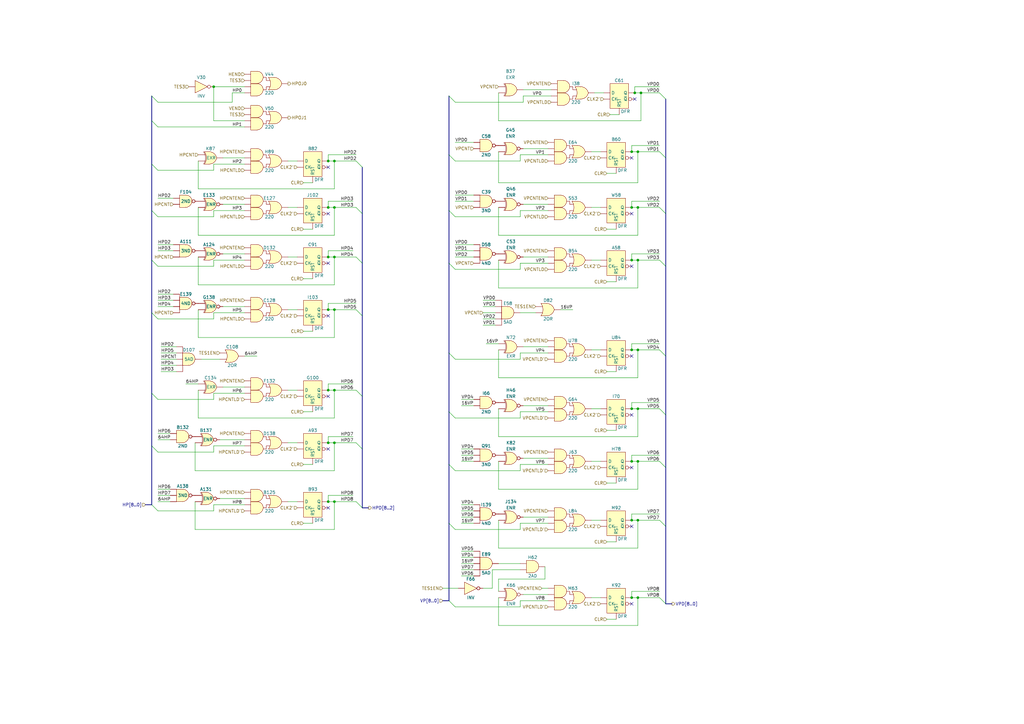
<source format=kicad_sch>
(kicad_sch (version 20230121) (generator eeschema)
  (paper "A3")
  (title_block (date "2023-12-22"))
  (lib_symbols
    (symbol "oki-msm70v000:220"
      (property "Reference" "U" (at 1.27 3.81 0))
      (property "Value" "220" (at 1.27 -3.81 0))
      (symbol "220_1_1"
        (arc (start -3.81 -5.08) (mid -2.0837 -4.2663) (end -1.27 -2.54) (fill (type background)))
        (arc (start -3.81 0) (mid -2.0837 0.8137) (end -1.27 2.54) (fill (type background)))
        (arc (start -1.27 -2.54) (mid -2.0139 -0.7439) (end -3.81 0) (fill (type background)))
        (arc (start -1.27 2.54) (mid -2.0139 4.3361) (end -3.81 5.08) (fill (type background)))
        (polyline (pts (xy 3.175 -2.54) (xy 0.889 -2.54)) (fill (type outline)))
        (polyline (pts (xy 3.175 2.54) (xy 0.889 2.54)) (fill (type background)))
        (polyline (pts (xy -3.81 0) (xy -6.35 0) (xy -6.35 -5.08) (xy -3.81 -5.08)) (fill (type background)))
        (polyline (pts (xy -3.81 5.08) (xy -6.35 5.08) (xy -6.35 0) (xy -3.81 0)) (fill (type background)))
        (polyline (pts (xy -1.27 -2.54) (xy 0 -2.54) (xy 0 -1.27) (xy 1.524 -1.27)))
        (polyline (pts (xy -1.27 2.54) (xy 0 2.54) (xy 0 1.27) (xy 1.524 1.27)))
        (polyline (pts (xy 3.175 2.54) (xy 0.889 2.54) (xy 1.27 1.905) (xy 1.524 1.27) (xy 1.651 0.762) (xy 1.7018 0.4572) (xy 1.7272 0.1778) (xy 1.7272 -0.127) (xy 1.6764 -0.6604) (xy 1.6002 -1.016) (xy 1.4986 -1.3716) (xy 1.3716 -1.6764) (xy 1.1938 -2.0574) (xy 1.016 -2.3368) (xy 0.889 -2.54) (xy 3.175 -2.54)) (stroke (width -0.0001)) (fill (type background)))
        (arc (start 0.8973 -2.5398) (mid 1.7338 0.0001) (end 0.8971 2.54))
        (arc (start 3.175 -2.54) (mid 5.2091 -1.8282) (end 6.35 0) (fill (type background)))
        (arc (start 6.35 0) (mid 5.2094 1.8286) (end 3.175 2.54) (fill (type background)))
        (pin input line (at -8.89 -3.81 0) (length 2.54) (name "") (number ""))
        (pin input line (at -8.89 -1.27 0) (length 2.54) (name "") (number ""))
        (pin input line (at -8.89 1.27 0) (length 2.54) (name "") (number ""))
        (pin input line (at -8.89 3.81 0) (length 2.54) (name "") (number ""))
        (pin output line (at 8.89 0 180) (length 2.54) (name "") (number ""))
      )
    )
    (symbol "oki-msm70v000:2AD"
      (property "Reference" "U" (at 0 3.81 0))
      (property "Value" "2AD" (at 0 -3.81 0))
      (symbol "2AD_1_1"
        (arc (start 0 -2.54) (mid 1.7263 -1.7263) (end 2.54 0) (fill (type background)))
        (polyline (pts (xy 0 2.54) (xy -2.54 2.54) (xy -2.54 -2.54) (xy 0 -2.54)) (fill (type background)))
        (arc (start 2.54 0) (mid 1.7961 1.7961) (end 0 2.54) (fill (type background)))
        (pin input line (at -5.08 -1.27 0) (length 2.54) (name "") (number ""))
        (pin input line (at -5.08 1.27 0) (length 2.54) (name "") (number ""))
        (pin output line (at 5.08 0 180) (length 2.54) (name "") (number ""))
      )
    )
    (symbol "oki-msm70v000:2ND"
      (property "Reference" "U" (at 0 3.81 0))
      (property "Value" "2ND" (at 0 -3.81 0))
      (symbol "2ND_1_1"
        (arc (start 0 -2.54) (mid 1.7263 -1.7263) (end 2.54 0) (fill (type background)))
        (polyline (pts (xy 0 2.54) (xy -2.54 2.54) (xy -2.54 -2.54) (xy 0 -2.54)) (fill (type background)))
        (arc (start 2.54 0) (mid 1.7961 1.7961) (end 0 2.54) (fill (type background)))
        (pin input line (at -5.08 -1.27 0) (length 2.54) (name "") (number ""))
        (pin input line (at -5.08 1.27 0) (length 2.54) (name "") (number ""))
        (pin output inverted (at 5.08 0 180) (length 2.54) (name "") (number ""))
      )
    )
    (symbol "oki-msm70v000:2OR"
      (property "Reference" "U" (at 0 3.81 0))
      (property "Value" "2OR" (at 0 -3.81 0))
      (symbol "2OR_1_1"
        (arc (start -2.9127 -2.5398) (mid -2.0762 0.0001) (end -2.9129 2.54))
        (arc (start -0.635 -2.54) (mid 1.3992 -1.8283) (end 2.54 0) (fill (type background)))
        (polyline (pts (xy -0.635 -2.54) (xy -2.921 -2.54)) (fill (type outline)))
        (polyline (pts (xy -0.635 2.54) (xy -2.921 2.54)) (fill (type background)))
        (polyline (pts (xy -0.635 2.54) (xy -2.921 2.54) (xy -2.54 1.905) (xy -2.286 1.27) (xy -2.159 0.762) (xy -2.1082 0.4572) (xy -2.0828 0.1778) (xy -2.0828 -0.127) (xy -2.1336 -0.6604) (xy -2.2098 -1.016) (xy -2.3114 -1.3716) (xy -2.4384 -1.6764) (xy -2.6162 -2.0574) (xy -2.794 -2.3368) (xy -2.921 -2.54) (xy -0.635 -2.54)) (stroke (width -0.0001)) (fill (type background)))
        (arc (start 2.54 0) (mid 1.3994 1.8287) (end -0.635 2.54) (fill (type background)))
        (pin input line (at -5.08 -1.27 0) (length 2.794) (name "") (number ""))
        (pin input line (at -5.08 1.27 0) (length 2.794) (name "") (number ""))
        (pin output line (at 5.08 0 180) (length 2.54) (name "") (number ""))
      )
    )
    (symbol "oki-msm70v000:3ND"
      (property "Reference" "U" (at 0 3.81 0))
      (property "Value" "3ND" (at 0 -3.81 0))
      (symbol "3ND_1_1"
        (arc (start 0 -2.54) (mid 1.7263 -1.7263) (end 2.54 0) (fill (type background)))
        (polyline (pts (xy 0 2.54) (xy -2.54 2.54) (xy -2.54 -2.54) (xy 0 -2.54)) (fill (type background)))
        (arc (start 2.54 0) (mid 1.7961 1.7961) (end 0 2.54) (fill (type background)))
        (pin input line (at -5.08 -2.54 0) (length 2.54) (name "") (number ""))
        (pin input line (at -5.08 0 0) (length 2.54) (name "") (number ""))
        (pin input line (at -5.08 2.54 0) (length 2.54) (name "") (number ""))
        (pin output inverted (at 5.08 0 180) (length 2.54) (name "") (number ""))
      )
    )
    (symbol "oki-msm70v000:4ND"
      (property "Reference" "U" (at 0 3.81 0))
      (property "Value" "4ND" (at 0 -3.81 0))
      (symbol "4ND_0_1"
        (polyline (pts (xy -2.54 3.81) (xy -2.54 2.54) (xy -2.54 -3.81)))
      )
      (symbol "4ND_1_1"
        (arc (start 0 -2.54) (mid 1.7263 -1.7263) (end 2.54 0) (fill (type background)))
        (polyline (pts (xy 0 2.54) (xy -2.54 2.54) (xy -2.54 -2.54) (xy 0 -2.54)) (fill (type background)))
        (arc (start 2.54 0) (mid 1.7961 1.7961) (end 0 2.54) (fill (type background)))
        (pin input line (at -5.08 -3.81 0) (length 2.54) (name "") (number ""))
        (pin input line (at -5.08 -1.27 0) (length 2.54) (name "") (number ""))
        (pin input line (at -5.08 1.27 0) (length 2.54) (name "") (number ""))
        (pin input line (at -5.08 3.81 0) (length 2.54) (name "") (number ""))
        (pin output inverted (at 5.08 0 180) (length 2.54) (name "") (number ""))
      )
    )
    (symbol "oki-msm70v000:5AD"
      (property "Reference" "U" (at 0 3.81 0))
      (property "Value" "5AD" (at 0 -3.81 0))
      (symbol "5AD_0_1"
        (polyline (pts (xy -2.54 5.08) (xy -2.54 3.81) (xy -2.54 -5.08)))
      )
      (symbol "5AD_1_1"
        (arc (start 0 -2.54) (mid 1.7263 -1.7263) (end 2.54 0) (fill (type background)))
        (polyline (pts (xy 0 2.54) (xy -2.54 2.54) (xy -2.54 -2.54) (xy 0 -2.54)) (fill (type background)))
        (arc (start 2.54 0) (mid 1.7961 1.7961) (end 0 2.54) (fill (type background)))
        (pin input line (at -5.08 -5.08 0) (length 2.54) (name "") (number ""))
        (pin input line (at -5.08 -2.54 0) (length 2.54) (name "") (number ""))
        (pin input line (at -5.08 0 0) (length 2.54) (name "") (number ""))
        (pin input line (at -5.08 2.54 0) (length 2.54) (name "") (number ""))
        (pin input line (at -5.08 5.08 0) (length 2.54) (name "") (number ""))
        (pin output line (at 5.08 0 180) (length 2.54) (name "") (number ""))
      )
    )
    (symbol "oki-msm70v000:DFR"
      (property "Reference" "U" (at 0 6.35 0))
      (property "Value" "DFR" (at 2.54 -6.35 0))
      (symbol "DFR_1_1"
        (rectangle (start -3.81 5.08) (end 3.81 -5.08) (fill (type background)))
        (pin input line (at -6.35 -1.27 0) (length 2.54) (name "CK") (number ""))
        (pin input line (at -6.35 1.27 0) (length 2.54) (name "D") (number ""))
        (pin output line (at 6.35 1.27 180) (length 2.54) (name "Q") (number ""))
        (pin input line (at 0 -7.62 90) (length 2.54) (name "RST") (number ""))
        (pin output inverted (at 6.35 -1.27 180) (length 2.54) (name "~{Q}") (number ""))
      )
    )
    (symbol "oki-msm70v000:ENR"
      (property "Reference" "U" (at 0 3.81 0))
      (property "Value" "ENR" (at 0 -3.81 0))
      (symbol "ENR_1_1"
        (arc (start -2.9127 -2.5398) (mid -2.0762 0.0001) (end -2.9129 2.54))
        (arc (start -2.54 -2.54) (mid -1.7035 -0.0001) (end -2.5402 2.5398))
        (arc (start -0.635 -2.54) (mid 1.3992 -1.8283) (end 2.54 0) (fill (type background)))
        (polyline (pts (xy -0.635 -2.54) (xy -2.54 -2.54)) (fill (type outline)))
        (polyline (pts (xy -0.635 2.54) (xy -2.54 2.54)) (fill (type background)))
        (polyline (pts (xy -0.635 2.54) (xy -2.54 2.54) (xy -2.159 1.905) (xy -1.905 1.27) (xy -1.778 0.762) (xy -1.7272 0.4572) (xy -1.7018 0.1778) (xy -1.7018 -0.127) (xy -1.7526 -0.6604) (xy -1.8288 -1.016) (xy -1.9304 -1.3716) (xy -2.0574 -1.6764) (xy -2.2352 -2.0574) (xy -2.413 -2.3368) (xy -2.54 -2.54) (xy -0.635 -2.54)) (stroke (width -0.0001)) (fill (type background)))
        (arc (start 2.54 0) (mid 1.3994 1.8287) (end -0.635 2.54) (fill (type background)))
        (pin input line (at -5.08 -1.27 0) (length 2.794) (name "") (number ""))
        (pin input line (at -5.08 1.27 0) (length 2.794) (name "") (number ""))
        (pin output inverted (at 5.08 0 180) (length 2.54) (name "") (number ""))
      )
    )
    (symbol "oki-msm70v000:EXR"
      (property "Reference" "U" (at 0 3.81 0))
      (property "Value" "EXR" (at 0 -3.81 0))
      (symbol "EXR_1_1"
        (arc (start -2.9127 -2.5398) (mid -2.0762 0.0001) (end -2.9129 2.54))
        (arc (start -2.54 -2.54) (mid -1.7035 -0.0001) (end -2.5402 2.5398))
        (arc (start -0.635 -2.54) (mid 1.3992 -1.8283) (end 2.54 0) (fill (type background)))
        (polyline (pts (xy -0.635 -2.54) (xy -2.54 -2.54)) (fill (type outline)))
        (polyline (pts (xy -0.635 2.54) (xy -2.54 2.54)) (fill (type background)))
        (polyline (pts (xy -0.635 2.54) (xy -2.54 2.54) (xy -2.159 1.905) (xy -1.905 1.27) (xy -1.778 0.762) (xy -1.7272 0.4572) (xy -1.7018 0.1778) (xy -1.7018 -0.127) (xy -1.7526 -0.6604) (xy -1.8288 -1.016) (xy -1.9304 -1.3716) (xy -2.0574 -1.6764) (xy -2.2352 -2.0574) (xy -2.413 -2.3368) (xy -2.54 -2.54) (xy -0.635 -2.54)) (stroke (width -0.0001)) (fill (type background)))
        (arc (start 2.54 0) (mid 1.3994 1.8287) (end -0.635 2.54) (fill (type background)))
        (pin input line (at -5.08 -1.27 0) (length 2.794) (name "") (number ""))
        (pin input line (at -5.08 1.27 0) (length 2.794) (name "") (number ""))
        (pin output line (at 5.08 0 180) (length 2.54) (name "") (number ""))
      )
    )
    (symbol "oki-msm70v000:INV"
      (property "Reference" "U" (at 0 3.81 0))
      (property "Value" "INV" (at 0 -3.81 0))
      (symbol "INV_1_1"
        (polyline (pts (xy -2.54 2.54) (xy -2.54 -2.54) (xy 2.54 0) (xy -2.54 2.54)) (fill (type background)))
        (pin input line (at -5.08 0 0) (length 2.54) (name "") (number ""))
        (pin output inverted (at 5.08 0 180) (length 2.54) (name "") (number ""))
      )
    )
  )
  (junction (at 259.08 85.09))
  (junction (at 259.08 189.23))
  (junction (at 261.62 189.23))
  (junction (at 259.08 106.68))
  (junction (at 137.16 85.09))
  (junction (at 134.62 85.09))
  (junction (at 137.16 127))
  (junction (at 137.16 181.61))
  (junction (at 259.08 167.64))
  (junction (at 134.62 127))
  (junction (at 137.16 105.41))
  (junction (at 137.16 160.02))
  (junction (at 259.08 143.51))
  (junction (at 259.08 62.23))
  (junction (at 261.62 167.64))
  (junction (at 134.62 181.61))
  (junction (at 260.35 38.1))
  (junction (at 262.89 38.1))
  (junction (at 259.08 213.36))
  (junction (at 261.62 213.36))
  (junction (at 134.62 205.74))
  (junction (at 261.62 143.51))
  (junction (at 261.62 245.11))
  (junction (at 87.63 35.56))
  (junction (at 137.16 205.74))
  (junction (at 137.16 66.04))
  (junction (at 261.62 85.09))
  (junction (at 134.62 105.41))
  (junction (at 261.62 106.68))
  (junction (at 134.62 160.02))
  (junction (at 134.62 66.04))
  (junction (at 259.08 245.11))
  (junction (at 261.62 62.23))
  (no_connect (at 134.62 68.58))
  (no_connect (at 259.08 87.63))
  (no_connect (at 134.62 184.15))
  (no_connect (at 259.08 215.9))
  (no_connect (at 134.62 208.28))
  (no_connect (at 134.62 107.95))
  (no_connect (at 260.35 40.64))
  (no_connect (at 259.08 146.05))
  (no_connect (at 134.62 87.63))
  (no_connect (at 259.08 170.18))
  (no_connect (at 259.08 191.77))
  (no_connect (at 134.62 162.56))
  (no_connect (at 134.62 129.54))
  (no_connect (at 259.08 247.65))
  (no_connect (at 259.08 64.77))
  (no_connect (at 259.08 109.22))
  (bus_entry (at 184.15 214.63) (size 2.54 2.54))
  (bus_entry (at 62.23 106.68) (size 2.54 2.54))
  (bus_entry (at 146.05 205.74) (size 2.54 2.54))
  (bus_entry (at 62.23 207.01) (size 2.54 2.54))
  (bus_entry (at 62.23 86.36) (size 2.54 2.54))
  (bus_entry (at 62.23 67.31) (size 2.54 2.54))
  (bus_entry (at 270.51 62.23) (size 2.54 2.54))
  (bus_entry (at 146.05 66.04) (size 2.54 2.54))
  (bus_entry (at 184.15 144.78) (size 2.54 2.54))
  (bus_entry (at 270.51 213.36) (size 2.54 2.54))
  (bus_entry (at 146.05 181.61) (size 2.54 2.54))
  (bus_entry (at 270.51 38.1) (size 2.54 2.54))
  (bus_entry (at 62.23 49.53) (size 2.54 2.54))
  (bus_entry (at 270.51 245.11) (size 2.54 2.54))
  (bus_entry (at 62.23 161.29) (size 2.54 2.54))
  (bus_entry (at 184.15 86.36) (size 2.54 2.54))
  (bus_entry (at 270.51 85.09) (size 2.54 2.54))
  (bus_entry (at 270.51 167.64) (size 2.54 2.54))
  (bus_entry (at 62.23 128.27) (size 2.54 2.54))
  (bus_entry (at 184.15 190.5) (size 2.54 2.54))
  (bus_entry (at 270.51 143.51) (size 2.54 2.54))
  (bus_entry (at 62.23 182.88) (size 2.54 2.54))
  (bus_entry (at 146.05 160.02) (size 2.54 2.54))
  (bus_entry (at 62.23 39.37) (size 2.54 2.54))
  (bus_entry (at 184.15 107.95) (size 2.54 2.54))
  (bus_entry (at 146.05 85.09) (size 2.54 2.54))
  (bus_entry (at 184.15 63.5) (size 2.54 2.54))
  (bus_entry (at 184.15 168.91) (size 2.54 2.54))
  (bus_entry (at 146.05 127) (size 2.54 2.54))
  (bus_entry (at 184.15 39.37) (size 2.54 2.54))
  (bus_entry (at 146.05 105.41) (size 2.54 2.54))
  (bus_entry (at 270.51 189.23) (size 2.54 2.54))
  (bus_entry (at 184.15 246.38) (size 2.54 2.54))
  (bus_entry (at 270.51 106.68) (size 2.54 2.54))
  (wire (pts (xy 64.77 203.2) (xy 69.85 203.2)))
  (wire (pts (xy 66.04 152.4) (xy 72.39 152.4)))
  (wire (pts (xy 64.77 69.85) (xy 87.63 69.85)))
  (wire (pts (xy 134.62 66.04) (xy 137.16 66.04)))
  (wire (pts (xy 134.62 181.61) (xy 134.62 179.07)))
  (wire (pts (xy 189.23 236.22) (xy 194.31 236.22)))
  (wire (pts (xy 118.11 181.61) (xy 121.92 181.61)))
  (wire (pts (xy 100.33 158.75) (xy 91.44 158.75)))
  (wire (pts (xy 259.08 82.55) (xy 270.51 82.55)))
  (wire (pts (xy 199.39 140.97) (xy 204.47 140.97)))
  (wire (pts (xy 137.16 105.41) (xy 146.05 105.41)))
  (wire (pts (xy 189.23 207.01) (xy 194.31 207.01)))
  (wire (pts (xy 134.62 82.55) (xy 134.62 85.09)))
  (wire (pts (xy 87.63 67.31) (xy 87.63 69.85)))
  (wire (pts (xy 134.62 179.07) (xy 144.78 179.07)))
  (bus (pts (xy 62.23 128.27) (xy 62.23 161.29)))
  (bus (pts (xy 184.15 144.78) (xy 184.15 168.91)))
  (wire (pts (xy 204.47 154.94) (xy 204.47 143.51)))
  (bus (pts (xy 62.23 106.68) (xy 62.23 128.27)))
  (wire (pts (xy 134.62 127) (xy 137.16 127)))
  (wire (pts (xy 198.12 123.19) (xy 203.2 123.19)))
  (wire (pts (xy 213.36 246.38) (xy 224.79 246.38)))
  (wire (pts (xy 213.36 217.17) (xy 213.36 214.63)))
  (wire (pts (xy 186.69 88.9) (xy 213.36 88.9)))
  (wire (pts (xy 137.16 171.45) (xy 81.28 171.45)))
  (wire (pts (xy 137.16 193.04) (xy 80.01 193.04)))
  (wire (pts (xy 259.08 213.36) (xy 261.62 213.36)))
  (wire (pts (xy 87.63 86.36) (xy 100.33 86.36)))
  (wire (pts (xy 213.36 231.14) (xy 204.47 231.14)))
  (wire (pts (xy 213.36 144.78) (xy 224.79 144.78)))
  (wire (pts (xy 261.62 96.52) (xy 204.47 96.52)))
  (wire (pts (xy 186.69 248.92) (xy 213.36 248.92)))
  (wire (pts (xy 64.77 209.55) (xy 87.63 209.55)))
  (wire (pts (xy 186.69 217.17) (xy 213.36 217.17)))
  (wire (pts (xy 261.62 224.79) (xy 204.47 224.79)))
  (wire (pts (xy 189.23 212.09) (xy 194.31 212.09)))
  (wire (pts (xy 137.16 105.41) (xy 137.16 116.84)))
  (wire (pts (xy 213.36 107.95) (xy 224.79 107.95)))
  (wire (pts (xy 81.28 116.84) (xy 81.28 105.41)))
  (wire (pts (xy 91.44 64.77) (xy 100.33 64.77)))
  (wire (pts (xy 87.63 161.29) (xy 100.33 161.29)))
  (wire (pts (xy 242.57 189.23) (xy 246.38 189.23)))
  (wire (pts (xy 261.62 106.68) (xy 261.62 118.11)))
  (bus (pts (xy 273.05 109.22) (xy 273.05 146.05)))
  (wire (pts (xy 260.35 38.1) (xy 262.89 38.1)))
  (bus (pts (xy 273.05 146.05) (xy 273.05 170.18)))
  (wire (pts (xy 87.63 207.01) (xy 100.33 207.01)))
  (wire (pts (xy 259.08 242.57) (xy 270.51 242.57)))
  (bus (pts (xy 184.15 214.63) (xy 184.15 246.38)))
  (wire (pts (xy 137.16 217.17) (xy 80.01 217.17)))
  (wire (pts (xy 262.89 49.53) (xy 204.47 49.53)))
  (wire (pts (xy 213.36 86.36) (xy 224.79 86.36)))
  (wire (pts (xy 80.01 193.04) (xy 80.01 181.61)))
  (wire (pts (xy 95.25 38.1) (xy 95.25 41.91)))
  (wire (pts (xy 248.92 198.12) (xy 252.73 198.12)))
  (wire (pts (xy 64.77 88.9) (xy 87.63 88.9)))
  (wire (pts (xy 261.62 154.94) (xy 204.47 154.94)))
  (wire (pts (xy 226.06 36.83) (xy 214.63 36.83)))
  (wire (pts (xy 247.65 38.1) (xy 243.84 38.1)))
  (wire (pts (xy 201.93 241.3) (xy 201.93 233.68)))
  (wire (pts (xy 261.62 74.93) (xy 204.47 74.93)))
  (wire (pts (xy 91.44 104.14) (xy 100.33 104.14)))
  (wire (pts (xy 259.08 59.69) (xy 270.51 59.69)))
  (wire (pts (xy 81.28 85.09) (xy 81.28 96.52)))
  (wire (pts (xy 134.62 157.48) (xy 144.78 157.48)))
  (wire (pts (xy 213.36 248.92) (xy 213.36 246.38)))
  (wire (pts (xy 248.92 176.53) (xy 252.73 176.53)))
  (bus (pts (xy 148.59 208.28) (xy 151.13 208.28)))
  (wire (pts (xy 248.92 222.25) (xy 252.73 222.25)))
  (wire (pts (xy 260.35 35.56) (xy 270.51 35.56)))
  (wire (pts (xy 259.08 143.51) (xy 261.62 143.51)))
  (wire (pts (xy 248.92 71.12) (xy 252.73 71.12)))
  (wire (pts (xy 259.08 213.36) (xy 259.08 210.82)))
  (wire (pts (xy 137.16 66.04) (xy 137.16 77.47)))
  (wire (pts (xy 134.62 105.41) (xy 137.16 105.41)))
  (wire (pts (xy 137.16 96.52) (xy 81.28 96.52)))
  (wire (pts (xy 64.77 41.91) (xy 95.25 41.91)))
  (wire (pts (xy 189.23 186.69) (xy 194.31 186.69)))
  (wire (pts (xy 64.77 185.42) (xy 87.63 185.42)))
  (bus (pts (xy 181.61 246.38) (xy 184.15 246.38)))
  (wire (pts (xy 118.11 205.74) (xy 121.92 205.74)))
  (wire (pts (xy 224.79 243.84) (xy 214.63 243.84)))
  (wire (pts (xy 124.46 168.91) (xy 128.27 168.91)))
  (wire (pts (xy 246.38 62.23) (xy 242.57 62.23)))
  (wire (pts (xy 261.62 213.36) (xy 270.51 213.36)))
  (wire (pts (xy 87.63 207.01) (xy 87.63 209.55)))
  (wire (pts (xy 213.36 63.5) (xy 224.79 63.5)))
  (wire (pts (xy 87.63 67.31) (xy 100.33 67.31)))
  (wire (pts (xy 261.62 189.23) (xy 261.62 200.66)))
  (bus (pts (xy 273.05 87.63) (xy 273.05 109.22)))
  (wire (pts (xy 223.52 232.41) (xy 223.52 237.49)))
  (wire (pts (xy 189.23 233.68) (xy 194.31 233.68)))
  (wire (pts (xy 261.62 245.11) (xy 261.62 256.54)))
  (wire (pts (xy 198.12 133.35) (xy 203.2 133.35)))
  (wire (pts (xy 259.08 189.23) (xy 259.08 186.69)))
  (wire (pts (xy 189.23 184.15) (xy 194.31 184.15)))
  (wire (pts (xy 64.77 123.19) (xy 71.12 123.19)))
  (wire (pts (xy 214.63 187.96) (xy 224.79 187.96)))
  (wire (pts (xy 213.36 190.5) (xy 224.79 190.5)))
  (wire (pts (xy 124.46 190.5) (xy 128.27 190.5)))
  (wire (pts (xy 259.08 245.11) (xy 259.08 242.57)))
  (wire (pts (xy 261.62 85.09) (xy 261.62 96.52)))
  (wire (pts (xy 137.16 205.74) (xy 137.16 217.17)))
  (wire (pts (xy 198.12 241.3) (xy 201.93 241.3)))
  (wire (pts (xy 189.23 226.06) (xy 194.31 226.06)))
  (wire (pts (xy 64.77 100.33) (xy 71.12 100.33)))
  (wire (pts (xy 186.69 105.41) (xy 194.31 105.41)))
  (wire (pts (xy 213.36 86.36) (xy 213.36 88.9)))
  (wire (pts (xy 124.46 74.93) (xy 128.27 74.93)))
  (wire (pts (xy 198.12 125.73) (xy 203.2 125.73)))
  (wire (pts (xy 124.46 93.98) (xy 128.27 93.98)))
  (wire (pts (xy 90.17 180.34) (xy 100.33 180.34)))
  (wire (pts (xy 186.69 100.33) (xy 194.31 100.33)))
  (bus (pts (xy 62.23 49.53) (xy 62.23 67.31)))
  (bus (pts (xy 59.69 207.01) (xy 62.23 207.01)))
  (wire (pts (xy 204.47 224.79) (xy 204.47 213.36)))
  (wire (pts (xy 124.46 214.63) (xy 128.27 214.63)))
  (bus (pts (xy 148.59 184.15) (xy 148.59 208.28)))
  (wire (pts (xy 186.69 66.04) (xy 213.36 66.04)))
  (wire (pts (xy 81.28 77.47) (xy 81.28 66.04)))
  (wire (pts (xy 186.69 80.01) (xy 194.31 80.01)))
  (wire (pts (xy 259.08 186.69) (xy 270.51 186.69)))
  (wire (pts (xy 260.35 38.1) (xy 260.35 35.56)))
  (wire (pts (xy 186.69 102.87) (xy 194.31 102.87)))
  (wire (pts (xy 137.16 181.61) (xy 146.05 181.61)))
  (bus (pts (xy 62.23 67.31) (xy 62.23 86.36)))
  (bus (pts (xy 148.59 87.63) (xy 148.59 107.95)))
  (bus (pts (xy 273.05 40.64) (xy 273.05 64.77)))
  (wire (pts (xy 137.16 127) (xy 146.05 127)))
  (wire (pts (xy 242.57 106.68) (xy 246.38 106.68)))
  (wire (pts (xy 198.12 128.27) (xy 203.2 128.27)))
  (wire (pts (xy 246.38 245.11) (xy 242.57 245.11)))
  (wire (pts (xy 213.36 193.04) (xy 213.36 190.5)))
  (bus (pts (xy 184.15 190.5) (xy 184.15 214.63)))
  (wire (pts (xy 204.47 256.54) (xy 204.47 245.11)))
  (wire (pts (xy 64.77 102.87) (xy 71.12 102.87)))
  (wire (pts (xy 90.17 204.47) (xy 100.33 204.47)))
  (wire (pts (xy 134.62 160.02) (xy 134.62 157.48)))
  (wire (pts (xy 134.62 82.55) (xy 144.78 82.55)))
  (wire (pts (xy 80.01 217.17) (xy 80.01 205.74)))
  (wire (pts (xy 124.46 135.89) (xy 128.27 135.89)))
  (wire (pts (xy 66.04 142.24) (xy 72.39 142.24)))
  (wire (pts (xy 261.62 189.23) (xy 270.51 189.23)))
  (wire (pts (xy 87.63 182.88) (xy 100.33 182.88)))
  (wire (pts (xy 201.93 233.68) (xy 213.36 233.68)))
  (bus (pts (xy 273.05 170.18) (xy 273.05 191.77)))
  (wire (pts (xy 66.04 144.78) (xy 72.39 144.78)))
  (wire (pts (xy 64.77 180.34) (xy 69.85 180.34)))
  (wire (pts (xy 259.08 59.69) (xy 259.08 62.23)))
  (bus (pts (xy 184.15 168.91) (xy 184.15 190.5)))
  (wire (pts (xy 214.63 83.82) (xy 224.79 83.82)))
  (wire (pts (xy 87.63 106.68) (xy 87.63 109.22)))
  (wire (pts (xy 118.11 160.02) (xy 121.92 160.02)))
  (bus (pts (xy 184.15 107.95) (xy 184.15 144.78)))
  (wire (pts (xy 261.62 245.11) (xy 270.51 245.11)))
  (wire (pts (xy 261.62 143.51) (xy 270.51 143.51)))
  (wire (pts (xy 224.79 60.96) (xy 214.63 60.96)))
  (wire (pts (xy 134.62 124.46) (xy 146.05 124.46)))
  (wire (pts (xy 64.77 200.66) (xy 69.85 200.66)))
  (wire (pts (xy 186.69 193.04) (xy 213.36 193.04)))
  (wire (pts (xy 261.62 143.51) (xy 261.62 154.94)))
  (wire (pts (xy 137.16 66.04) (xy 146.05 66.04)))
  (wire (pts (xy 134.62 205.74) (xy 134.62 203.2)))
  (bus (pts (xy 148.59 107.95) (xy 148.59 129.54)))
  (wire (pts (xy 213.36 63.5) (xy 213.36 66.04)))
  (wire (pts (xy 134.62 63.5) (xy 134.62 66.04)))
  (wire (pts (xy 204.47 200.66) (xy 204.47 189.23)))
  (wire (pts (xy 204.47 74.93) (xy 204.47 62.23)))
  (wire (pts (xy 259.08 245.11) (xy 261.62 245.11)))
  (wire (pts (xy 137.16 77.47) (xy 81.28 77.47)))
  (wire (pts (xy 198.12 130.81) (xy 203.2 130.81)))
  (wire (pts (xy 259.08 104.14) (xy 270.51 104.14)))
  (wire (pts (xy 189.23 166.37) (xy 194.31 166.37)))
  (wire (pts (xy 87.63 128.27) (xy 87.63 130.81)))
  (wire (pts (xy 134.62 85.09) (xy 137.16 85.09)))
  (wire (pts (xy 223.52 237.49) (xy 204.47 237.49)))
  (bus (pts (xy 184.15 63.5) (xy 184.15 86.36)))
  (wire (pts (xy 64.77 81.28) (xy 71.12 81.28)))
  (wire (pts (xy 100.33 146.05) (xy 105.41 146.05)))
  (wire (pts (xy 134.62 205.74) (xy 137.16 205.74)))
  (wire (pts (xy 204.47 96.52) (xy 204.47 85.09)))
  (wire (pts (xy 87.63 106.68) (xy 100.33 106.68)))
  (wire (pts (xy 261.62 85.09) (xy 270.51 85.09)))
  (wire (pts (xy 134.62 160.02) (xy 137.16 160.02)))
  (wire (pts (xy 261.62 256.54) (xy 204.47 256.54)))
  (wire (pts (xy 64.77 205.74) (xy 69.85 205.74)))
  (wire (pts (xy 81.28 138.43) (xy 81.28 127)))
  (wire (pts (xy 242.57 213.36) (xy 246.38 213.36)))
  (wire (pts (xy 81.28 171.45) (xy 81.28 160.02)))
  (wire (pts (xy 134.62 181.61) (xy 137.16 181.61)))
  (wire (pts (xy 259.08 189.23) (xy 261.62 189.23)))
  (wire (pts (xy 186.69 82.55) (xy 194.31 82.55)))
  (wire (pts (xy 87.63 35.56) (xy 100.33 35.56)))
  (bus (pts (xy 148.59 68.58) (xy 148.59 87.63)))
  (bus (pts (xy 148.59 162.56) (xy 148.59 184.15)))
  (wire (pts (xy 259.08 165.1) (xy 270.51 165.1)))
  (wire (pts (xy 204.47 237.49) (xy 204.47 242.57)))
  (wire (pts (xy 91.44 83.82) (xy 100.33 83.82)))
  (wire (pts (xy 204.47 118.11) (xy 204.47 106.68)))
  (wire (pts (xy 64.77 177.8) (xy 69.85 177.8)))
  (bus (pts (xy 273.05 191.77) (xy 273.05 215.9)))
  (wire (pts (xy 186.69 147.32) (xy 213.36 147.32)))
  (wire (pts (xy 189.23 163.83) (xy 194.31 163.83)))
  (wire (pts (xy 261.62 62.23) (xy 270.51 62.23)))
  (wire (pts (xy 242.57 85.09) (xy 246.38 85.09)))
  (wire (pts (xy 66.04 149.86) (xy 72.39 149.86)))
  (wire (pts (xy 137.16 181.61) (xy 137.16 193.04)))
  (wire (pts (xy 137.16 138.43) (xy 81.28 138.43)))
  (wire (pts (xy 187.96 241.3) (xy 181.61 241.3)))
  (wire (pts (xy 261.62 167.64) (xy 261.62 179.07)))
  (wire (pts (xy 118.11 127) (xy 121.92 127)))
  (wire (pts (xy 100.33 49.53) (xy 87.63 49.53)))
  (wire (pts (xy 259.08 167.64) (xy 259.08 165.1)))
  (wire (pts (xy 259.08 140.97) (xy 270.51 140.97)))
  (wire (pts (xy 222.25 241.3) (xy 224.79 241.3)))
  (wire (pts (xy 204.47 49.53) (xy 204.47 38.1)))
  (wire (pts (xy 261.62 167.64) (xy 270.51 167.64)))
  (wire (pts (xy 137.16 85.09) (xy 146.05 85.09)))
  (wire (pts (xy 262.89 38.1) (xy 262.89 49.53)))
  (wire (pts (xy 186.69 171.45) (xy 213.36 171.45)))
  (wire (pts (xy 214.63 166.37) (xy 224.79 166.37)))
  (wire (pts (xy 186.69 58.42) (xy 194.31 58.42)))
  (wire (pts (xy 66.04 147.32) (xy 72.39 147.32)))
  (bus (pts (xy 273.05 64.77) (xy 273.05 87.63)))
  (wire (pts (xy 214.63 39.37) (xy 214.63 41.91)))
  (wire (pts (xy 248.92 254) (xy 252.73 254)))
  (wire (pts (xy 87.63 161.29) (xy 87.63 163.83)))
  (wire (pts (xy 213.36 147.32) (xy 213.36 144.78)))
  (wire (pts (xy 262.89 38.1) (xy 270.51 38.1)))
  (wire (pts (xy 259.08 85.09) (xy 261.62 85.09)))
  (wire (pts (xy 124.46 114.3) (xy 128.27 114.3)))
  (wire (pts (xy 242.57 143.51) (xy 246.38 143.51)))
  (wire (pts (xy 261.62 179.07) (xy 204.47 179.07)))
  (wire (pts (xy 137.16 85.09) (xy 137.16 96.52)))
  (wire (pts (xy 261.62 62.23) (xy 261.62 74.93)))
  (wire (pts (xy 261.62 213.36) (xy 261.62 224.79)))
  (wire (pts (xy 213.36 107.95) (xy 213.36 110.49)))
  (wire (pts (xy 186.69 41.91) (xy 214.63 41.91)))
  (bus (pts (xy 184.15 39.37) (xy 184.15 63.5)))
  (wire (pts (xy 213.36 171.45) (xy 213.36 168.91)))
  (wire (pts (xy 134.62 102.87) (xy 144.78 102.87)))
  (wire (pts (xy 259.08 85.09) (xy 259.08 82.55)))
  (wire (pts (xy 87.63 86.36) (xy 87.63 88.9)))
  (wire (pts (xy 137.16 116.84) (xy 81.28 116.84)))
  (wire (pts (xy 214.63 212.09) (xy 224.79 212.09)))
  (wire (pts (xy 64.77 52.07) (xy 100.33 52.07)))
  (wire (pts (xy 259.08 106.68) (xy 259.08 104.14)))
  (wire (pts (xy 219.71 128.27) (xy 213.36 128.27)))
  (wire (pts (xy 213.36 214.63) (xy 224.79 214.63)))
  (wire (pts (xy 248.92 152.4) (xy 252.73 152.4)))
  (wire (pts (xy 259.08 167.64) (xy 261.62 167.64)))
  (wire (pts (xy 137.16 127) (xy 137.16 138.43)))
  (wire (pts (xy 87.63 128.27) (xy 100.33 128.27)))
  (wire (pts (xy 186.69 110.49) (xy 213.36 110.49)))
  (wire (pts (xy 87.63 182.88) (xy 87.63 185.42)))
  (bus (pts (xy 62.23 86.36) (xy 62.23 106.68)))
  (wire (pts (xy 204.47 179.07) (xy 204.47 167.64)))
  (wire (pts (xy 248.92 93.98) (xy 252.73 93.98)))
  (wire (pts (xy 137.16 160.02) (xy 146.05 160.02)))
  (bus (pts (xy 148.59 129.54) (xy 148.59 162.56)))
  (wire (pts (xy 259.08 210.82) (xy 270.51 210.82)))
  (wire (pts (xy 137.16 160.02) (xy 137.16 171.45)))
  (bus (pts (xy 62.23 161.29) (xy 62.23 182.88)))
  (wire (pts (xy 261.62 200.66) (xy 204.47 200.66)))
  (wire (pts (xy 261.62 118.11) (xy 204.47 118.11)))
  (bus (pts (xy 62.23 182.88) (xy 62.23 207.01)))
  (wire (pts (xy 229.87 127) (xy 234.95 127)))
  (wire (pts (xy 118.11 105.41) (xy 121.92 105.41)))
  (wire (pts (xy 189.23 214.63) (xy 194.31 214.63)))
  (bus (pts (xy 273.05 215.9) (xy 273.05 247.65)))
  (wire (pts (xy 76.2 157.48) (xy 81.28 157.48)))
  (wire (pts (xy 64.77 109.22) (xy 87.63 109.22)))
  (bus (pts (xy 184.15 86.36) (xy 184.15 107.95)))
  (wire (pts (xy 250.19 46.99) (xy 254 46.99)))
  (wire (pts (xy 213.36 168.91) (xy 224.79 168.91)))
  (wire (pts (xy 242.57 167.64) (xy 246.38 167.64)))
  (wire (pts (xy 87.63 49.53) (xy 87.63 35.56)))
  (wire (pts (xy 91.44 125.73) (xy 100.33 125.73)))
  (wire (pts (xy 214.63 105.41) (xy 224.79 105.41)))
  (wire (pts (xy 214.63 39.37) (xy 226.06 39.37)))
  (wire (pts (xy 259.08 62.23) (xy 261.62 62.23)))
  (wire (pts (xy 189.23 228.6) (xy 194.31 228.6)))
  (wire (pts (xy 64.77 125.73) (xy 71.12 125.73)))
  (bus (pts (xy 273.05 247.65) (xy 275.59 247.65)))
  (wire (pts (xy 64.77 163.83) (xy 87.63 163.83)))
  (wire (pts (xy 95.25 38.1) (xy 100.33 38.1)))
  (wire (pts (xy 134.62 105.41) (xy 134.62 102.87)))
  (wire (pts (xy 64.77 130.81) (xy 87.63 130.81)))
  (bus (pts (xy 62.23 39.37) (xy 62.23 49.53)))
  (wire (pts (xy 134.62 124.46) (xy 134.62 127)))
  (wire (pts (xy 214.63 142.24) (xy 224.79 142.24)))
  (wire (pts (xy 261.62 106.68) (xy 270.51 106.68)))
  (wire (pts (xy 189.23 209.55) (xy 194.31 209.55)))
  (wire (pts (xy 121.92 66.04) (xy 118.11 66.04)))
  (wire (pts (xy 121.92 85.09) (xy 118.11 85.09)))
  (wire (pts (xy 64.77 120.65) (xy 71.12 120.65)))
  (wire (pts (xy 90.17 147.32) (xy 82.55 147.32)))
  (wire (pts (xy 189.23 189.23) (xy 194.31 189.23)))
  (wire (pts (xy 259.08 106.68) (xy 261.62 106.68)))
  (wire (pts (xy 134.62 203.2) (xy 144.78 203.2)))
  (wire (pts (xy 248.92 115.57) (xy 252.73 115.57)))
  (wire (pts (xy 137.16 205.74) (xy 146.05 205.74)))
  (wire (pts (xy 134.62 63.5) (xy 146.05 63.5)))
  (wire (pts (xy 259.08 143.51) (xy 259.08 140.97)))
  (wire (pts (xy 189.23 231.14) (xy 194.31 231.14)))
  (label "HPD2" (at 64.77 120.65 0))
  (label "HP4" (at 95.25 106.68 0))
  (label "VPD3" (at 265.43 104.14 0))
  (label "HP0" (at 95.25 38.1 0))
  (label "VPD5" (at 189.23 226.06 0))
  (label "HPD2" (at 64.77 81.28 0))
  (label "HPD2" (at 140.97 66.04 0))
  (label "VPD3" (at 198.12 125.73 0))
  (label "VPD2" (at 265.43 85.09 0))
  (label "HP1" (at 95.25 52.07 0))
  (label "HPD4" (at 139.7 102.87 0))
  (label "HPD3" (at 64.77 102.87 0))
  (label "VPD5" (at 189.23 209.55 0))
  (label "VPD8" (at 265.43 245.11 0))
  (label "HPD3" (at 64.77 123.19 0))
  (label "HPD7" (at 139.7 181.61 0))
  (label "VP1" (at 219.71 63.5 0))
  (label "VPD1" (at 186.69 102.87 0))
  (label "VP2" (at 219.71 86.36 0))
  (label "HPD5" (at 140.97 124.46 0))
  (label "HPCNT" (at 66.04 147.32 0))
  (label "VPD2" (at 198.12 130.81 0))
  (label "HPD7" (at 64.77 203.2 0))
  (label "64HP" (at 64.77 180.34 0))
  (label "VPD4" (at 189.23 163.83 0))
  (label "VPD4" (at 189.23 184.15 0))
  (label "HPD6" (at 139.7 157.48 0))
  (label "HPD3" (at 139.7 85.09 0))
  (label "HPD4" (at 139.7 105.41 0))
  (label "VPD1" (at 198.12 133.35 0))
  (label "VPD6" (at 265.43 189.23 0))
  (label "HPD3" (at 139.7 82.55 0))
  (label "HPD2" (at 66.04 142.24 0))
  (label "VPD4" (at 265.43 140.97 0))
  (label "VPD4" (at 265.43 143.51 0))
  (label "VPD1" (at 186.69 82.55 0))
  (label "16VP" (at 189.23 189.23 0))
  (label "64HP" (at 76.2 157.48 0))
  (label "64HP" (at 64.77 205.74 0))
  (label "VP5" (at 219.71 168.91 0))
  (label "VPD0" (at 186.69 80.01 0))
  (label "VPD1" (at 265.43 62.23 0))
  (label "16VP" (at 199.39 140.97 0))
  (label "HPD5" (at 140.97 127 0))
  (label "16VP" (at 229.87 127 0))
  (label "VP8" (at 219.71 246.38 0))
  (label "HP2" (at 95.25 67.31 0))
  (label "HPD7" (at 139.7 179.07 0))
  (label "HP5" (at 95.25 128.27 0))
  (label "VPD5" (at 189.23 186.69 0))
  (label "HPD2" (at 140.97 63.5 0))
  (label "VPD7" (at 189.23 233.68 0))
  (label "HPD2" (at 64.77 100.33 0))
  (label "VPD0" (at 186.69 58.42 0))
  (label "VPD0" (at 265.43 35.56 0))
  (label "VP6" (at 219.71 190.5 0))
  (label "VPD2" (at 265.43 82.55 0))
  (label "HPD6" (at 64.77 177.8 0))
  (label "VPD0" (at 265.43 38.1 0))
  (label "VPD4" (at 189.23 207.01 0))
  (label "VPD8" (at 265.43 242.57 0))
  (label "VPD5" (at 265.43 165.1 0))
  (label "HP3" (at 95.25 86.36 0))
  (label "VPD2" (at 186.69 105.41 0))
  (label "HP8" (at 95.25 207.01 0))
  (label "VP4" (at 219.71 144.78 0))
  (label "VPD0" (at 198.12 123.19 0))
  (label "VP7" (at 219.71 214.63 0))
  (label "VPD6" (at 189.23 212.09 0))
  (label "VPD7" (at 265.43 213.36 0))
  (label "HPD5" (at 66.04 144.78 0))
  (label "HPD8" (at 139.7 203.2 0))
  (label "16VP" (at 189.23 166.37 0))
  (label "VPD1" (at 265.43 59.69 0))
  (label "HPD6" (at 139.7 160.02 0))
  (label "VPD6" (at 265.43 186.69 0))
  (label "VPD3" (at 265.43 106.68 0))
  (label "HP7" (at 95.25 182.88 0))
  (label "64HP" (at 100.33 146.05 0))
  (label "HPD4" (at 64.77 125.73 0))
  (label "VP0" (at 218.44 39.37 0))
  (label "HPD8" (at 139.7 205.74 0))
  (label "HP6" (at 95.25 161.29 0))
  (label "VPD7" (at 265.43 210.82 0))
  (label "HPD3" (at 66.04 152.4 0))
  (label "VPD5" (at 265.43 167.64 0))
  (label "16VP" (at 189.23 231.14 0))
  (label "HPD4" (at 66.04 149.86 0))
  (label "16VP" (at 189.23 214.63 0))
  (label "VPD6" (at 189.23 236.22 0))
  (label "VPD4" (at 189.23 228.6 0))
  (label "VPD0" (at 186.69 100.33 0))
  (label "HPD6" (at 64.77 200.66 0))
  (label "VP3" (at 219.71 107.95 0))
  (hierarchical_label "HP[8..0]" (shape input) (at 59.69 207.01 180))
  (hierarchical_label "CLR" (shape input) (at 248.92 176.53 180))
  (hierarchical_label "HPCNTLD" (shape input) (at 100.33 109.22 180))
  (hierarchical_label "CLR" (shape input) (at 124.46 135.89 180))
  (hierarchical_label "VPCNTEN" (shape input) (at 224.79 163.83 180))
  (hierarchical_label "VPCNTLD" (shape input) (at 224.79 66.04 180))
  (hierarchical_label "CLK2'" (shape input) (at 246.38 64.77 180))
  (hierarchical_label "CLR" (shape input) (at 124.46 190.5 180))
  (hierarchical_label "CLK2'" (shape input) (at 121.92 87.63 180))
  (hierarchical_label "CLK2'" (shape input) (at 121.92 129.54 180))
  (hierarchical_label "CLR" (shape input) (at 124.46 214.63 180))
  (hierarchical_label "HPCNTEN" (shape input) (at 100.33 177.8 180))
  (hierarchical_label "VPD[8..0]" (shape output) (at 275.59 247.65 0))
  (hierarchical_label "CLK2'" (shape input) (at 121.92 107.95 180))
  (hierarchical_label "VPCNTLD" (shape input) (at 226.06 41.91 180))
  (hierarchical_label "CLK2'" (shape input) (at 246.38 87.63 180))
  (hierarchical_label "VPCNTEN" (shape input) (at 224.79 139.7 180))
  (hierarchical_label "VPCNTLD" (shape input) (at 224.79 110.49 180))
  (hierarchical_label "CLR" (shape input) (at 248.92 115.57 180))
  (hierarchical_label "VPCNT" (shape input) (at 198.12 128.27 180))
  (hierarchical_label "HPCNTEN" (shape input) (at 100.33 156.21 180))
  (hierarchical_label "HPCNT" (shape input) (at 81.28 63.5 180))
  (hierarchical_label "CLR" (shape input) (at 248.92 222.25 180))
  (hierarchical_label "VPCNT" (shape input) (at 194.31 107.95 180))
  (hierarchical_label "HPCNTEN" (shape input) (at 100.33 101.6 180))
  (hierarchical_label "CLK2'" (shape input) (at 246.38 146.05 180))
  (hierarchical_label "VPCNTEN" (shape input) (at 224.79 81.28 180))
  (hierarchical_label "HPCNTLD" (shape input) (at 100.33 130.81 180))
  (hierarchical_label "HPCNTLD'" (shape input) (at 100.33 185.42 180))
  (hierarchical_label "VPCNTLD'" (shape input) (at 224.79 193.04 180))
  (hierarchical_label "VEND" (shape input) (at 100.33 44.45 180))
  (hierarchical_label "HPCNTLD'" (shape input) (at 100.33 209.55 180))
  (hierarchical_label "VPCNT" (shape input) (at 194.31 85.09 180))
  (hierarchical_label "TES1EN" (shape input) (at 181.61 241.3 180))
  (hierarchical_label "CLR" (shape input) (at 248.92 71.12 180))
  (hierarchical_label "CLR" (shape input) (at 248.92 93.98 180))
  (hierarchical_label "CLK2'" (shape input) (at 121.92 208.28 180))
  (hierarchical_label "CLK2'" (shape input) (at 121.92 184.15 180))
  (hierarchical_label "VPCNTEN" (shape input) (at 226.06 34.29 180))
  (hierarchical_label "VPCNTLD'" (shape input) (at 224.79 171.45 180))
  (hierarchical_label "TES3" (shape input) (at 77.47 35.56 180))
  (hierarchical_label "CLR" (shape input) (at 248.92 152.4 180))
  (hierarchical_label "CLR" (shape input) (at 124.46 114.3 180))
  (hierarchical_label "VPCNTEN" (shape input) (at 224.79 58.42 180))
  (hierarchical_label "TES1EN" (shape input) (at 219.71 125.73 180))
  (hierarchical_label "HPCNT" (shape input) (at 71.12 83.82 180))
  (hierarchical_label "CLR" (shape input) (at 248.92 254 180))
  (hierarchical_label "CLR" (shape input) (at 250.19 46.99 180))
  (hierarchical_label "HPCNTEN" (shape input) (at 100.33 62.23 180))
  (hierarchical_label "TES3" (shape input) (at 100.33 33.02 180))
  (hierarchical_label "HPCNT" (shape input) (at 71.12 105.41 180))
  (hierarchical_label "TES1EN" (shape input) (at 90.17 144.78 180))
  (hierarchical_label "HPOJ1" (shape output) (at 118.11 48.26 0))
  (hierarchical_label "VPCNTLD" (shape input) (at 224.79 88.9 180))
  (hierarchical_label "VPCNTEN" (shape input) (at 224.79 102.87 180))
  (hierarchical_label "VPCNT" (shape input) (at 194.31 60.96 180))
  (hierarchical_label "HPCNTEN" (shape input) (at 100.33 123.19 180))
  (hierarchical_label "CLR" (shape input) (at 248.92 198.12 180))
  (hierarchical_label "VPCNTLD'" (shape input) (at 224.79 147.32 180))
  (hierarchical_label "CLR" (shape input) (at 124.46 93.98 180))
  (hierarchical_label "HPCNT" (shape input) (at 71.12 128.27 180))
  (hierarchical_label "HPD[8..2]" (shape output) (at 151.13 208.28 0))
  (hierarchical_label "HEND" (shape input) (at 100.33 30.48 180))
  (hierarchical_label "VPCNTEN" (shape input) (at 224.79 185.42 180))
  (hierarchical_label "VPCNTEN" (shape input) (at 222.25 241.3 180))
  (hierarchical_label "TES3" (shape input) (at 100.33 46.99 180))
  (hierarchical_label "VPCNTLD'" (shape input) (at 224.79 248.92 180))
  (hierarchical_label "VP[8..0]" (shape input) (at 181.61 246.38 180))
  (hierarchical_label "HPCNTEN" (shape input) (at 100.33 201.93 180))
  (hierarchical_label "HPCNTLD" (shape input) (at 100.33 69.85 180))
  (hierarchical_label "VPCNTEN" (shape input) (at 224.79 209.55 180))
  (hierarchical_label "CLR" (shape input) (at 124.46 168.91 180))
  (hierarchical_label "VPCNT" (shape input) (at 204.47 35.56 180))
  (hierarchical_label "CLK2'" (shape input) (at 246.38 247.65 180))
  (hierarchical_label "CLR" (shape input) (at 124.46 74.93 180))
  (hierarchical_label "CLK2'" (shape input) (at 246.38 191.77 180))
  (hierarchical_label "CLK2'" (shape input) (at 247.65 40.64 180))
  (hierarchical_label "CLK2'" (shape input) (at 246.38 215.9 180))
  (hierarchical_label "HPOJ0" (shape output) (at 118.11 34.29 0))
  (hierarchical_label "HPCNTEN" (shape input) (at 100.33 81.28 180))
  (hierarchical_label "CLK2'" (shape input) (at 121.92 162.56 180))
  (hierarchical_label "CLK2'" (shape input) (at 121.92 68.58 180))
  (hierarchical_label "HPCNTLD" (shape input) (at 100.33 88.9 180))
  (hierarchical_label "VPCNTLD'" (shape input) (at 224.79 217.17 180))
  (hierarchical_label "CLK2'" (shape input) (at 246.38 170.18 180))
  (hierarchical_label "CLK2'" (shape input) (at 246.38 109.22 180))
  (hierarchical_label "HPCNTLD'" (shape input) (at 100.33 163.83 180))
  (symbol (lib_id "oki-msm70v000:ENR") (at 86.36 104.14 0) (unit 1)
    (property "Reference" "A124" (at 85.725 100.33 0))
    (property "Value" "ENR" (at 86.5929 104.1542 0))
  )
  (symbol (lib_id "oki-msm70v000:2ND") (at 199.39 59.69 0) (unit 1)
    (property "Reference" "C58" (at 199.39 55.88 0))
    (property "Value" "2ND" (at 199.39 63.5 0))
  )
  (symbol (lib_id "oki-msm70v000:220") (at 109.22 66.04 0) (unit 1)
    (property "Reference" "H89" (at 110.49 62.23 0))
    (property "Value" "220" (at 110.49 69.85 0))
  )
  (symbol (lib_id "oki-msm70v000:DFR") (at 252.73 168.91 0) (unit 1)
    (property "Reference" "I70" (at 252.73 162.56 0))
    (property "Value" "DFR" (at 255.27 175.26 0))
  )
  (symbol (lib_id "oki-msm70v000:EXR") (at 209.55 36.83 0) (unit 1)
    (property "Reference" "B37" (at 209.3635 29.21 0))
    (property "Value" "EXR" (at 209.3635 31.75 0))
  )
  (symbol (lib_id "oki-msm70v000:ENR") (at 86.36 125.73 0) (unit 1)
    (property "Reference" "G138" (at 85.725 121.92 0))
    (property "Value" "ENR" (at 86.5929 125.7442 0))
  )
  (symbol (lib_id "oki-msm70v000:4ND") (at 76.2 124.46 0) (unit 1)
    (property "Reference" "E139" (at 76.2 120.65 0))
    (property "Value" "4ND" (at 76.2 124.46 0))
  )
  (symbol (lib_id "oki-msm70v000:3ND") (at 74.93 203.2 0) (unit 1)
    (property "Reference" "A138" (at 74.93 199.39 0))
    (property "Value" "3ND" (at 74.93 203.2 0))
  )
  (symbol (lib_id "oki-msm70v000:ENR") (at 85.09 180.34 0) (unit 1)
    (property "Reference" "B137" (at 84.455 176.53 0))
    (property "Value" "ENR" (at 85.3229 180.3542 0))
  )
  (symbol (lib_id "oki-msm70v000:2OR") (at 224.79 127 0) (unit 1)
    (property "Reference" "D82" (at 224.79 123.19 0))
    (property "Value" "2OR" (at 224.79 130.81 0))
  )
  (symbol (lib_id "oki-msm70v000:220") (at 233.68 213.36 0) (unit 1)
    (property "Reference" "L84" (at 234.95 209.55 0))
    (property "Value" "220" (at 234.95 217.17 0))
  )
  (symbol (lib_id "oki-msm70v000:DFR") (at 254 39.37 0) (unit 1)
    (property "Reference" "C61" (at 254 33.02 0))
    (property "Value" "DFR" (at 256.54 45.72 0))
  )
  (symbol (lib_id "oki-msm70v000:220") (at 109.22 205.74 0) (unit 1)
    (property "Reference" "B125" (at 110.49 201.93 0))
    (property "Value" "220" (at 110.49 209.55 0))
  )
  (symbol (lib_id "oki-msm70v000:220") (at 109.22 105.41 0) (unit 1)
    (property "Reference" "D132" (at 110.49 101.6 0))
    (property "Value" "220" (at 110.49 109.22 0))
  )
  (symbol (lib_id "oki-msm70v000:DFR") (at 128.27 106.68 0) (unit 1)
    (property "Reference" "C91" (at 128.27 100.33 0))
    (property "Value" "DFR" (at 130.81 113.03 0))
  )
  (symbol (lib_id "oki-msm70v000:220") (at 109.22 127 0) (unit 1)
    (property "Reference" "C128" (at 110.49 123.19 0))
    (property "Value" "220" (at 110.49 130.81 0))
  )
  (symbol (lib_id "oki-msm70v000:220") (at 109.22 34.29 0) (unit 1)
    (property "Reference" "V44" (at 110.49 30.48 0))
    (property "Value" "220" (at 110.49 38.1 0))
  )
  (symbol (lib_id "oki-msm70v000:INV") (at 193.04 241.3 0) (unit 1)
    (property "Reference" "F66" (at 193.04 237.49 0))
    (property "Value" "INV" (at 193.04 245.11 0))
  )
  (symbol (lib_id "oki-msm70v000:ENR") (at 209.55 105.41 0) (unit 1)
    (property "Reference" "C53" (at 209.55 99.06 0))
    (property "Value" "ENR" (at 209.55 101.6 0))
  )
  (symbol (lib_id "oki-msm70v000:220") (at 233.68 189.23 0) (unit 1)
    (property "Reference" "J63" (at 234.95 185.42 0))
    (property "Value" "220" (at 234.95 193.04 0))
  )
  (symbol (lib_id "oki-msm70v000:5AD") (at 208.28 128.27 0) (unit 1)
    (property "Reference" "E58" (at 208.28 124.46 0))
    (property "Value" "5AD" (at 208.28 132.08 0))
  )
  (symbol (lib_id "oki-msm70v000:DFR") (at 128.27 182.88 0) (unit 1)
    (property "Reference" "A93" (at 128.27 176.53 0))
    (property "Value" "DFR" (at 130.81 189.23 0))
  )
  (symbol (lib_id "oki-msm70v000:220") (at 234.95 38.1 0) (unit 1)
    (property "Reference" "I38" (at 236.22 34.29 0))
    (property "Value" "220" (at 236.22 41.91 0))
  )
  (symbol (lib_id "oki-msm70v000:220") (at 233.68 62.23 0) (unit 1)
    (property "Reference" "E64" (at 234.95 58.42 0))
    (property "Value" "220" (at 234.95 66.04 0))
  )
  (symbol (lib_id "oki-msm70v000:3ND") (at 199.39 186.69 0) (unit 1)
    (property "Reference" "Q91" (at 199.39 182.88 0))
    (property "Value" "3ND" (at 199.39 190.5 0))
  )
  (symbol (lib_id "oki-msm70v000:220") (at 233.68 106.68 0) (unit 1)
    (property "Reference" "B54" (at 234.95 102.87 0))
    (property "Value" "220" (at 234.95 110.49 0))
  )
  (symbol (lib_id "oki-msm70v000:DFR") (at 252.73 144.78 0) (unit 1)
    (property "Reference" "U84" (at 252.73 138.43 0))
    (property "Value" "DFR" (at 255.27 151.13 0))
  )
  (symbol (lib_id "oki-msm70v000:220") (at 233.68 143.51 0) (unit 1)
    (property "Reference" "U78" (at 234.95 139.7 0))
    (property "Value" "220" (at 234.95 147.32 0))
  )
  (symbol (lib_id "oki-msm70v000:EXR") (at 209.55 142.24 0) (unit 1)
    (property "Reference" "N72" (at 209.55 138.43 0))
    (property "Value" "EXR" (at 209.55 146.05 0))
  )
  (symbol (lib_id "oki-msm70v000:220") (at 233.68 167.64 0) (unit 1)
    (property "Reference" "G64" (at 234.95 163.83 0))
    (property "Value" "220" (at 234.95 171.45 0))
  )
  (symbol (lib_id "oki-msm70v000:DFR") (at 252.73 86.36 0) (unit 1)
    (property "Reference" "W58" (at 252.73 80.01 0))
    (property "Value" "DFR" (at 255.27 92.71 0))
  )
  (symbol (lib_id "oki-msm70v000:DFR") (at 128.27 161.29 0) (unit 1)
    (property "Reference" "G100" (at 128.27 154.94 0))
    (property "Value" "DFR" (at 130.81 167.64 0))
  )
  (symbol (lib_id "oki-msm70v000:ENR") (at 86.36 83.82 0) (unit 1)
    (property "Reference" "E133" (at 85.725 80.01 0))
    (property "Value" "ENR" (at 86.5929 83.8342 0))
  )
  (symbol (lib_id "oki-msm70v000:DFR") (at 128.27 128.27 0) (unit 1)
    (property "Reference" "I103" (at 128.27 121.92 0))
    (property "Value" "DFR" (at 130.81 134.62 0))
  )
  (symbol (lib_id "oki-msm70v000:2OR") (at 95.25 146.05 0) (unit 1)
    (property "Reference" "C108" (at 95.25 142.24 0))
    (property "Value" "2OR" (at 95.25 149.86 0))
  )
  (symbol (lib_id "oki-msm70v000:2ND") (at 76.2 82.55 0) (unit 1)
    (property "Reference" "F104" (at 76.2 78.74 0))
    (property "Value" "2ND" (at 76.2 82.55 0))
  )
  (symbol (lib_id "oki-msm70v000:4ND") (at 199.39 104.14 0) (unit 1)
    (property "Reference" "D58" (at 199.39 100.33 0))
    (property "Value" "4ND" (at 199.39 107.95 0))
  )
  (symbol (lib_id "oki-msm70v000:ENR") (at 209.55 60.96 0) (unit 1)
    (property "Reference" "G45" (at 209.3635 53.34 0))
    (property "Value" "ENR" (at 209.3635 55.88 0))
  )
  (symbol (lib_id "oki-msm70v000:DFR") (at 252.73 63.5 0) (unit 1)
    (property "Reference" "B60" (at 252.73 57.15 0))
    (property "Value" "DFR" (at 255.27 69.85 0))
  )
  (symbol (lib_id "oki-msm70v000:2ND") (at 74.93 179.07 0) (unit 1)
    (property "Reference" "B132" (at 74.93 175.26 0))
    (property "Value" "2ND" (at 74.93 182.88 0))
  )
  (symbol (lib_id "oki-msm70v000:5AD") (at 199.39 231.14 0) (unit 1)
    (property "Reference" "E89" (at 199.39 227.33 0))
    (property "Value" "5AD" (at 199.39 234.95 0))
  )
  (symbol (lib_id "oki-msm70v000:220") (at 233.68 85.09 0) (unit 1)
    (property "Reference" "S53" (at 234.95 81.28 0))
    (property "Value" "220" (at 234.95 88.9 0))
  )
  (symbol (lib_id "oki-msm70v000:220") (at 233.68 245.11 0) (unit 1)
    (property "Reference" "M63" (at 234.95 241.3 0))
    (property "Value" "220" (at 234.95 248.92 0))
  )
  (symbol (lib_id "oki-msm70v000:DFR") (at 128.27 207.01 0) (unit 1)
    (property "Reference" "B93" (at 128.27 200.66 0))
    (property "Value" "DFR" (at 130.81 213.36 0))
  )
  (symbol (lib_id "oki-msm70v000:5AD") (at 77.47 147.32 0) (unit 1)
    (property "Reference" "D107" (at 77.47 143.51 0))
    (property "Value" "5AD" (at 77.47 147.32 0))
  )
  (symbol (lib_id "oki-msm70v000:220") (at 109.22 181.61 0) (unit 1)
    (property "Reference" "D138" (at 110.49 177.8 0))
    (property "Value" "220" (at 110.49 185.42 0))
  )
  (symbol (lib_id "oki-msm70v000:3ND") (at 199.39 82.55 0) (unit 1)
    (property "Reference" "C39" (at 199.39 78.74 0))
    (property "Value" "3ND" (at 199.39 86.36 0))
  )
  (symbol (lib_id "oki-msm70v000:EXR") (at 86.36 64.77 0) (unit 1)
    (property "Reference" "K87" (at 86.36 60.96 0))
    (property "Value" "EXR" (at 86.6247 64.7471 0))
  )
  (symbol (lib_id "oki-msm70v000:2AD") (at 218.44 232.41 0) (unit 1)
    (property "Reference" "H62" (at 218.44 228.6 0))
    (property "Value" "2AD" (at 218.44 236.22 0))
  )
  (symbol (lib_id "oki-msm70v000:ENR") (at 85.09 204.47 0) (unit 1)
    (property "Reference" "A131" (at 84.455 200.66 0))
    (property "Value" "ENR" (at 85.3229 204.4842 0))
  )
  (symbol (lib_id "oki-msm70v000:4ND") (at 199.39 210.82 0) (unit 1)
    (property "Reference" "I139" (at 199.39 207.01 0))
    (property "Value" "4ND" (at 199.39 214.63 0))
  )
  (symbol (lib_id "oki-msm70v000:ENR") (at 209.55 83.82 0) (unit 1)
    (property "Reference" "Q46" (at 209.55 77.47 0))
    (property "Value" "ENR" (at 209.55 80.01 0))
  )
  (symbol (lib_id "oki-msm70v000:ENR") (at 209.55 212.09 0) (unit 1)
    (property "Reference" "J134" (at 209.55 205.74 0))
    (property "Value" "ENR" (at 209.55 208.28 0))
  )
  (symbol (lib_id "oki-msm70v000:ENR") (at 209.55 243.84 0) (unit 1)
    (property "Reference" "K66" (at 209.55 240.03 0))
    (property "Value" "ENR" (at 209.55 247.65 0))
  )
  (symbol (lib_id "oki-msm70v000:ENR") (at 209.55 187.96 0) (unit 1)
    (property "Reference" "K82" (at 209.55 181.61 0))
    (property "Value" "ENR" (at 209.55 184.15 0))
  )
  (symbol (lib_id "oki-msm70v000:DFR") (at 252.73 107.95 0) (unit 1)
    (property "Reference" "A58" (at 252.73 101.6 0))
    (property "Value" "DFR" (at 255.27 114.3 0))
  )
  (symbol (lib_id "oki-msm70v000:INV") (at 82.55 35.56 0) (unit 1)
    (property "Reference" "V30" (at 82.55 31.75 0))
    (property "Value" "INV" (at 82.55 39.37 0))
  )
  (symbol (lib_id "oki-msm70v000:DFR") (at 252.73 214.63 0) (unit 1)
    (property "Reference" "M92" (at 252.73 208.28 0))
    (property "Value" "DFR" (at 255.27 220.98 0))
  )
  (symbol (lib_id "oki-msm70v000:220") (at 109.22 160.02 0) (unit 1)
    (property "Reference" "F132" (at 110.49 156.21 0))
    (property "Value" "220" (at 110.49 163.83 0))
  )
  (symbol (lib_id "oki-msm70v000:DFR") (at 128.27 67.31 0) (unit 1)
    (property "Reference" "B82" (at 128.27 60.96 0))
    (property "Value" "DFR" (at 130.81 73.66 0))
  )
  (symbol (lib_id "oki-msm70v000:EXR") (at 86.36 158.75 0) (unit 1)
    (property "Reference" "C134" (at 86.36 154.94 0))
    (property "Value" "EXR" (at 86.6247 158.7271 0))
  )
  (symbol (lib_id "oki-msm70v000:2ND") (at 199.39 165.1 0) (unit 1)
    (property "Reference" "I66" (at 199.39 161.29 0))
    (property "Value" "2ND" (at 199.39 168.91 0))
  )
  (symbol (lib_id "oki-msm70v000:DFR") (at 252.73 246.38 0) (unit 1)
    (property "Reference" "K92" (at 252.73 240.03 0))
    (property "Value" "DFR" (at 255.27 252.73 0))
  )
  (symbol (lib_id "oki-msm70v000:DFR") (at 252.73 190.5 0) (unit 1)
    (property "Reference" "H78" (at 252.73 184.15 0))
    (property "Value" "DFR" (at 255.27 196.85 0))
  )
  (symbol (lib_id "oki-msm70v000:220") (at 109.22 48.26 0) (unit 1)
    (property "Reference" "V50" (at 110.49 44.45 0))
    (property "Value" "220" (at 110.49 52.07 0))
  )
  (symbol (lib_id "oki-msm70v000:220") (at 109.22 85.09 0) (unit 1)
    (property "Reference" "E127" (at 110.49 81.28 0))
    (property "Value" "220" (at 110.49 88.9 0))
  )
  (symbol (lib_id "oki-msm70v000:3ND") (at 76.2 102.87 0) (unit 1)
    (property "Reference" "A111" (at 76.2 99.06 0))
    (property "Value" "3ND" (at 76.2 102.87 0))
  )
  (symbol (lib_id "oki-msm70v000:DFR") (at 128.27 86.36 0) (unit 1)
    (property "Reference" "J102" (at 128.27 80.01 0))
    (property "Value" "DFR" (at 130.81 92.71 0))
  )
  (symbol (lib_id "oki-msm70v000:ENR") (at 209.55 166.37 0) (unit 1)
    (property "Reference" "H46" (at 209.55 160.02 0))
    (property "Value" "ENR" (at 209.55 162.56 0))
  )
)
</source>
